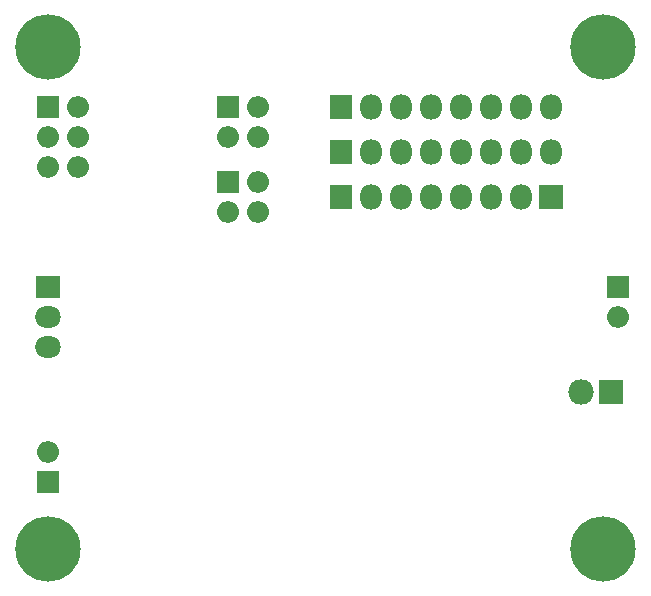
<source format=gbr>
G04 #@! TF.FileFunction,Soldermask,Bot*
%FSLAX46Y46*%
G04 Gerber Fmt 4.6, Leading zero omitted, Abs format (unit mm)*
G04 Created by KiCad (PCBNEW 4.0.3-stable) date 10/09/16 09:38:23*
%MOMM*%
%LPD*%
G01*
G04 APERTURE LIST*
%ADD10C,0.100000*%
%ADD11R,2.159000X2.159000*%
%ADD12R,1.854200X1.854200*%
%ADD13O,1.854200X1.854200*%
%ADD14R,1.854200X2.159000*%
%ADD15O,1.854200X2.159000*%
%ADD16O,2.159000X2.159000*%
%ADD17R,2.159000X1.854200*%
%ADD18O,2.159000X1.854200*%
%ADD19C,5.527000*%
%ADD20C,0.727000*%
G04 APERTURE END LIST*
D10*
D11*
X100965000Y-53340000D03*
D12*
X58420000Y-77470000D03*
D13*
X58420000Y-74930000D03*
D14*
X83185000Y-49530000D03*
D15*
X85725000Y-49530000D03*
X88265000Y-49530000D03*
X90805000Y-49530000D03*
X93345000Y-49530000D03*
X95885000Y-49530000D03*
X98425000Y-49530000D03*
X100965000Y-49530000D03*
D14*
X83185000Y-53340000D03*
D15*
X85725000Y-53340000D03*
X88265000Y-53340000D03*
X90805000Y-53340000D03*
X93345000Y-53340000D03*
X95885000Y-53340000D03*
X98425000Y-53340000D03*
D14*
X83185000Y-45720000D03*
D15*
X85725000Y-45720000D03*
X88265000Y-45720000D03*
X90805000Y-45720000D03*
X93345000Y-45720000D03*
X95885000Y-45720000D03*
X98425000Y-45720000D03*
X100965000Y-45720000D03*
D12*
X73660000Y-52070000D03*
D13*
X76200000Y-52070000D03*
X73660000Y-54610000D03*
X76200000Y-54610000D03*
D12*
X73660000Y-45720000D03*
D13*
X76200000Y-45720000D03*
X73660000Y-48260000D03*
X76200000Y-48260000D03*
D11*
X106045000Y-69850000D03*
D16*
X103505000Y-69850000D03*
D12*
X58420000Y-45720000D03*
D13*
X60960000Y-45720000D03*
X58420000Y-48260000D03*
X60960000Y-48260000D03*
X58420000Y-50800000D03*
X60960000Y-50800000D03*
D12*
X106680000Y-60960000D03*
D13*
X106680000Y-63500000D03*
D17*
X58420000Y-60960000D03*
D18*
X58420000Y-63500000D03*
X58420000Y-66040000D03*
D19*
X58420000Y-40640000D03*
D20*
X60445000Y-40640000D03*
X59851891Y-42071891D03*
X58420000Y-42665000D03*
X56988109Y-42071891D03*
X56395000Y-40640000D03*
X56988109Y-39208109D03*
X58420000Y-38615000D03*
X59851891Y-39208109D03*
D19*
X105410000Y-40640000D03*
D20*
X107435000Y-40640000D03*
X106841891Y-42071891D03*
X105410000Y-42665000D03*
X103978109Y-42071891D03*
X103385000Y-40640000D03*
X103978109Y-39208109D03*
X105410000Y-38615000D03*
X106841891Y-39208109D03*
D19*
X58420000Y-83185000D03*
D20*
X60445000Y-83185000D03*
X59851891Y-84616891D03*
X58420000Y-85210000D03*
X56988109Y-84616891D03*
X56395000Y-83185000D03*
X56988109Y-81753109D03*
X58420000Y-81160000D03*
X59851891Y-81753109D03*
D19*
X105410000Y-83185000D03*
D20*
X107435000Y-83185000D03*
X106841891Y-84616891D03*
X105410000Y-85210000D03*
X103978109Y-84616891D03*
X103385000Y-83185000D03*
X103978109Y-81753109D03*
X105410000Y-81160000D03*
X106841891Y-81753109D03*
M02*

</source>
